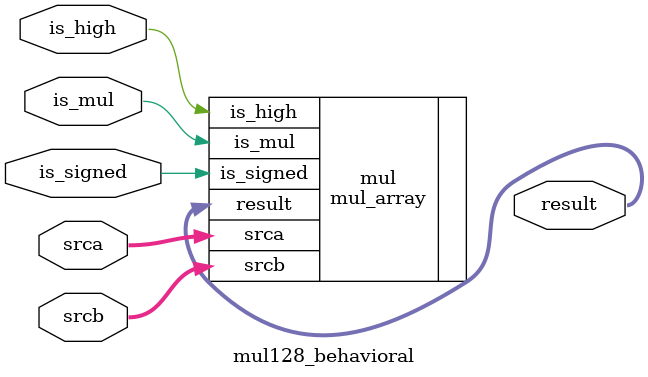
<source format=sv>

module mul128_behavioral(
    input  logic [127:0] srca,
    input  logic [127:0] srcb,
    input  logic         is_mul,
    input  logic         is_high,
    input  logic         is_signed,
    output logic [127:0] result
);

mul_array#(
    .WIDTH(128)
) mul(
    .srca(srca),
    .srcb(srcb),
    .is_mul(is_mul),
    .is_high(is_high),
    .is_signed(is_signed),
    .result(result)
);

endmodule: mul128_behavioral
</source>
